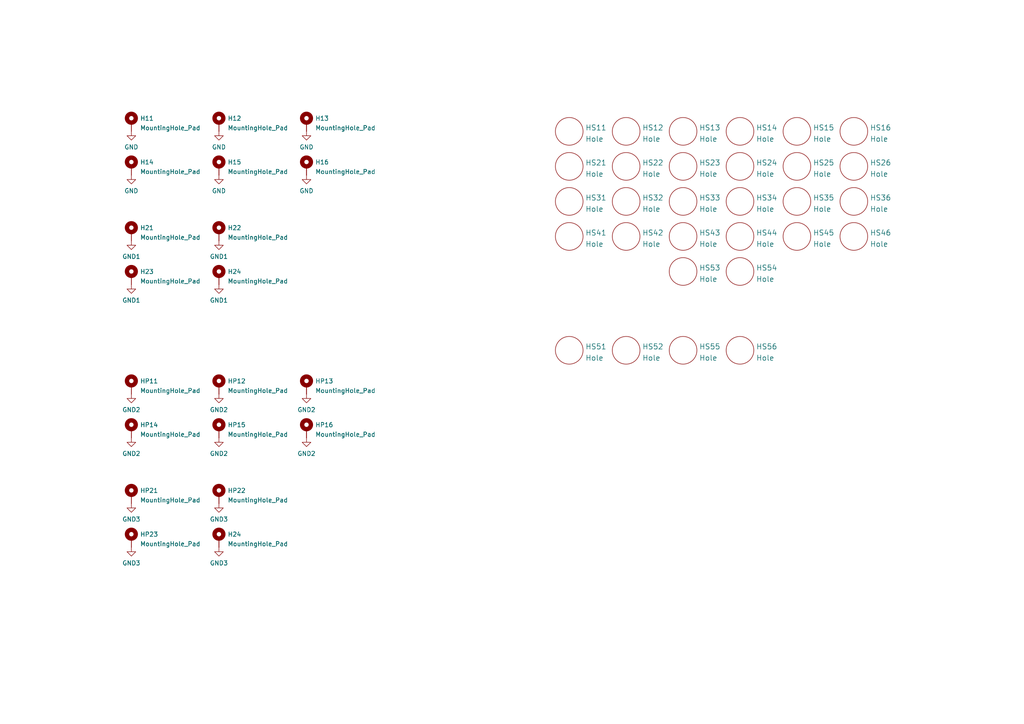
<source format=kicad_sch>
(kicad_sch (version 20210621) (generator eeschema)
  (paper "A4")
  (lib_symbols
    (symbol "Mechanical:MountingHole_Pad" (pin_numbers hide) (pin_names (offset 1.016) hide)
      (property "Reference" "H" (at 0 6.35 0))
      (property "Value" "MountingHole_Pad" (at 0 4.445 0))
      (symbol "MountingHole_Pad_0_1"
        (circle (center 0 1.27) (radius 1.27) (stroke (width 1.27)))
      )
      (symbol "MountingHole_Pad_1_1"
        (pin input line (at 0 -2.54 90) (length 2.54) (name "1") (number "1"))
      )
    )
    (symbol "keebio:Hole" (pin_names (offset 1.016))
      (property "Reference" "H" (at 0 -1.27 0))
      (property "Value" "Hole" (at 0 1.27 0))
      (symbol "Hole_0_1"
        (circle (center 0 0) (radius 4.0132))
      )
    )
    (symbol "power:GND" (power) (pin_names (offset 0))
      (property "Value" "GND" (at 0 -3.81 0))
      (symbol "GND_0_1"
        (polyline (pts (xy 0 0) (xy 0 -1.27) (xy 1.27 -1.27) (xy 0 -2.54) (xy -1.27 -1.27) (xy 0 -1.27)))
      )
      (symbol "GND_1_1"
        (pin power_in line (at 0 0 270) (length 0) hide (name "GND") (number "1"))
      )
    )
    (symbol "power:GND1" (power) (pin_names (offset 0))
      (property "Value" "GND1" (at 0 -3.81 0))
      (symbol "GND1_0_1"
        (polyline (pts (xy 0 0) (xy 0 -1.27) (xy 1.27 -1.27) (xy 0 -2.54) (xy -1.27 -1.27) (xy 0 -1.27)))
      )
      (symbol "GND1_1_1"
        (pin power_in line (at 0 0 270) (length 0) hide (name "GND1") (number "1"))
      )
    )
    (symbol "power:GND2" (power) (pin_names (offset 0))
      (property "Value" "GND2" (at 0 -3.81 0))
      (symbol "GND2_0_1"
        (polyline (pts (xy 0 0) (xy 0 -1.27) (xy 1.27 -1.27) (xy 0 -2.54) (xy -1.27 -1.27) (xy 0 -1.27)))
      )
      (symbol "GND2_1_1"
        (pin power_in line (at 0 0 270) (length 0) hide (name "GND2") (number "1"))
      )
    )
    (symbol "power:GND3" (power) (pin_names (offset 0))
      (property "Value" "GND3" (at 0 -3.81 0))
      (symbol "GND3_0_1"
        (polyline (pts (xy 0 0) (xy 0 -1.27) (xy 1.27 -1.27) (xy 0 -2.54) (xy -1.27 -1.27) (xy 0 -1.27)))
      )
      (symbol "GND3_1_1"
        (pin power_in line (at 0 0 270) (length 0) hide (name "GND3") (number "1"))
      )
    )
  )
  (symbol (lib_id "keebio:Hole") (at 247.65 48.26 0) (unit 1)
    (property "Reference" "HS26" (at 252.2982 47.1953 0) (effects (font (size 1.524 1.524)) (justify left)))
    (property "Value" "Hole" (at 252.2982 50.4743 0) (effects (font (size 1.524 1.524)) (justify left)))
  )
  (symbol (lib_id "keebio:Hole") (at 181.61 38.1 0) (unit 1)
    (property "Reference" "HS12" (at 186.2582 37.0353 0) (effects (font (size 1.524 1.524)) (justify left)))
    (property "Value" "Hole" (at 186.2582 40.3143 0) (effects (font (size 1.524 1.524)) (justify left)))
  )
  (symbol (lib_id "power:GND1") (at 63.5 69.85 0) (unit 1)
    (property "Reference" "#PWR?" (effects hide))
    (property "Value" "GND1" (at 63.5 74.4124 0))
  )
  (symbol (lib_id "keebio:Hole") (at 214.63 78.74 0) (unit 1)
    (property "Reference" "HS54" (at 219.2782 77.6753 0) (effects (font (size 1.524 1.524)) (justify left)))
    (property "Value" "Hole" (at 219.2782 80.9543 0) (effects (font (size 1.524 1.524)) (justify left)))
  )
  (symbol (lib_id "Mechanical:MountingHole_Pad") (at 88.9 48.26 0) (unit 1)
    (property "Reference" "H16" (at 91.44 47.034 0) (effects (justify left)))
    (property "Value" "MountingHole_Pad" (at 91.44 49.8091 0) (effects (justify left)))
  )
  (symbol (lib_id "keebio:Hole") (at 231.14 48.26 0) (unit 1)
    (property "Reference" "HS25" (at 235.7882 47.1953 0) (effects (font (size 1.524 1.524)) (justify left)))
    (property "Value" "Hole" (at 235.7882 50.4743 0) (effects (font (size 1.524 1.524)) (justify left)))
  )
  (symbol (lib_id "Mechanical:MountingHole_Pad") (at 63.5 156.21 0) (unit 1)
    (property "Reference" "H24" (at 66.04 154.984 0) (effects (justify left)))
    (property "Value" "MountingHole_Pad" (at 66.04 157.7591 0) (effects (justify left)))
  )
  (symbol (lib_id "keebio:Hole") (at 231.14 58.42 0) (unit 1)
    (property "Reference" "HS35" (at 235.7882 57.3553 0) (effects (font (size 1.524 1.524)) (justify left)))
    (property "Value" "Hole" (at 235.7882 60.6343 0) (effects (font (size 1.524 1.524)) (justify left)))
  )
  (symbol (lib_id "Mechanical:MountingHole_Pad") (at 38.1 48.26 0) (unit 1)
    (property "Reference" "H14" (at 40.64 47.034 0) (effects (justify left)))
    (property "Value" "MountingHole_Pad" (at 40.64 49.8091 0) (effects (justify left)))
  )
  (symbol (lib_id "keebio:Hole") (at 214.63 58.42 0) (unit 1)
    (property "Reference" "HS34" (at 219.2782 57.3553 0) (effects (font (size 1.524 1.524)) (justify left)))
    (property "Value" "Hole" (at 219.2782 60.6343 0) (effects (font (size 1.524 1.524)) (justify left)))
  )
  (symbol (lib_id "keebio:Hole") (at 231.14 38.1 0) (unit 1)
    (property "Reference" "HS15" (at 235.7882 37.0353 0) (effects (font (size 1.524 1.524)) (justify left)))
    (property "Value" "Hole" (at 235.7882 40.3143 0) (effects (font (size 1.524 1.524)) (justify left)))
  )
  (symbol (lib_id "power:GND") (at 63.5 50.8 0) (unit 1)
    (property "Reference" "#PWR?" (effects hide))
    (property "Value" "GND" (at 63.5 55.3624 0))
  )
  (symbol (lib_id "Mechanical:MountingHole_Pad") (at 88.9 35.56 0) (unit 1)
    (property "Reference" "H13" (at 91.44 34.334 0) (effects (justify left)))
    (property "Value" "MountingHole_Pad" (at 91.44 37.1091 0) (effects (justify left)))
  )
  (symbol (lib_id "Mechanical:MountingHole_Pad") (at 63.5 80.01 0) (unit 1)
    (property "Reference" "H24" (at 66.04 78.784 0) (effects (justify left)))
    (property "Value" "MountingHole_Pad" (at 66.04 81.5591 0) (effects (justify left)))
  )
  (symbol (lib_id "power:GND3") (at 63.5 158.75 0) (unit 1)
    (property "Reference" "#PWR?" (effects hide))
    (property "Value" "GND3" (at 63.5 163.3124 0))
  )
  (symbol (lib_id "Mechanical:MountingHole_Pad") (at 38.1 111.76 0) (unit 1)
    (property "Reference" "HP11" (at 40.64 110.534 0) (effects (justify left)))
    (property "Value" "MountingHole_Pad" (at 40.64 113.3091 0) (effects (justify left)))
  )
  (symbol (lib_id "power:GND") (at 38.1 38.1 0) (unit 1)
    (property "Reference" "#PWR?" (effects hide))
    (property "Value" "GND" (at 38.1 42.6624 0))
  )
  (symbol (lib_id "power:GND2") (at 63.5 114.3 0) (unit 1)
    (property "Reference" "#PWR?" (effects hide))
    (property "Value" "GND2" (at 63.5 118.8624 0))
  )
  (symbol (lib_id "power:GND1") (at 63.5 82.55 0) (unit 1)
    (property "Reference" "#PWR?" (effects hide))
    (property "Value" "GND1" (at 63.5 87.1124 0))
  )
  (symbol (lib_id "keebio:Hole") (at 247.65 68.58 0) (unit 1)
    (property "Reference" "HS46" (at 252.2982 67.5153 0) (effects (font (size 1.524 1.524)) (justify left)))
    (property "Value" "Hole" (at 252.2982 70.7943 0) (effects (font (size 1.524 1.524)) (justify left)))
  )
  (symbol (lib_id "keebio:Hole") (at 181.61 101.6 0) (unit 1)
    (property "Reference" "HS52" (at 186.2582 100.5353 0) (effects (font (size 1.524 1.524)) (justify left)))
    (property "Value" "Hole" (at 186.2582 103.8143 0) (effects (font (size 1.524 1.524)) (justify left)))
  )
  (symbol (lib_id "keebio:Hole") (at 198.12 101.6 0) (unit 1)
    (property "Reference" "HS55" (at 202.7682 100.5353 0) (effects (font (size 1.524 1.524)) (justify left)))
    (property "Value" "Hole" (at 202.7682 103.8143 0) (effects (font (size 1.524 1.524)) (justify left)))
  )
  (symbol (lib_id "Mechanical:MountingHole_Pad") (at 63.5 143.51 0) (unit 1)
    (property "Reference" "HP22" (at 66.04 142.284 0) (effects (justify left)))
    (property "Value" "MountingHole_Pad" (at 66.04 145.0591 0) (effects (justify left)))
  )
  (symbol (lib_id "Mechanical:MountingHole_Pad") (at 38.1 80.01 0) (unit 1)
    (property "Reference" "H23" (at 40.64 78.784 0) (effects (justify left)))
    (property "Value" "MountingHole_Pad" (at 40.64 81.5591 0) (effects (justify left)))
  )
  (symbol (lib_id "power:GND2") (at 38.1 127 0) (unit 1)
    (property "Reference" "#PWR?" (effects hide))
    (property "Value" "GND2" (at 38.1 131.5624 0))
  )
  (symbol (lib_id "power:GND1") (at 38.1 82.55 0) (unit 1)
    (property "Reference" "#PWR?" (effects hide))
    (property "Value" "GND1" (at 38.1 87.1124 0))
  )
  (symbol (lib_id "power:GND3") (at 38.1 146.05 0) (unit 1)
    (property "Reference" "#PWR?" (effects hide))
    (property "Value" "GND3" (at 38.1 150.6124 0))
  )
  (symbol (lib_id "keebio:Hole") (at 165.1 58.42 0) (unit 1)
    (property "Reference" "HS31" (at 169.7482 57.3553 0) (effects (font (size 1.524 1.524)) (justify left)))
    (property "Value" "Hole" (at 169.7482 60.6343 0) (effects (font (size 1.524 1.524)) (justify left)))
  )
  (symbol (lib_id "Mechanical:MountingHole_Pad") (at 63.5 111.76 0) (unit 1)
    (property "Reference" "HP12" (at 66.04 110.534 0) (effects (justify left)))
    (property "Value" "MountingHole_Pad" (at 66.04 113.3091 0) (effects (justify left)))
  )
  (symbol (lib_id "keebio:Hole") (at 181.61 48.26 0) (unit 1)
    (property "Reference" "HS22" (at 186.2582 47.1953 0) (effects (font (size 1.524 1.524)) (justify left)))
    (property "Value" "Hole" (at 186.2582 50.4743 0) (effects (font (size 1.524 1.524)) (justify left)))
  )
  (symbol (lib_id "Mechanical:MountingHole_Pad") (at 38.1 156.21 0) (unit 1)
    (property "Reference" "HP23" (at 40.64 154.984 0) (effects (justify left)))
    (property "Value" "MountingHole_Pad" (at 40.64 157.7591 0) (effects (justify left)))
  )
  (symbol (lib_id "Mechanical:MountingHole_Pad") (at 63.5 67.31 0) (unit 1)
    (property "Reference" "H22" (at 66.04 66.084 0) (effects (justify left)))
    (property "Value" "MountingHole_Pad" (at 66.04 68.8591 0) (effects (justify left)))
  )
  (symbol (lib_id "Mechanical:MountingHole_Pad") (at 88.9 111.76 0) (unit 1)
    (property "Reference" "HP13" (at 91.44 110.534 0) (effects (justify left)))
    (property "Value" "MountingHole_Pad" (at 91.44 113.3091 0) (effects (justify left)))
  )
  (symbol (lib_id "keebio:Hole") (at 165.1 38.1 0) (unit 1)
    (property "Reference" "HS11" (at 169.7482 37.0353 0) (effects (font (size 1.524 1.524)) (justify left)))
    (property "Value" "Hole" (at 169.7482 40.3143 0) (effects (font (size 1.524 1.524)) (justify left)))
  )
  (symbol (lib_id "keebio:Hole") (at 247.65 38.1 0) (unit 1)
    (property "Reference" "HS16" (at 252.2982 37.0353 0) (effects (font (size 1.524 1.524)) (justify left)))
    (property "Value" "Hole" (at 252.2982 40.3143 0) (effects (font (size 1.524 1.524)) (justify left)))
  )
  (symbol (lib_id "power:GND") (at 38.1 50.8 0) (unit 1)
    (property "Reference" "#PWR?" (effects hide))
    (property "Value" "GND" (at 38.1 55.3624 0))
  )
  (symbol (lib_id "keebio:Hole") (at 214.63 38.1 0) (unit 1)
    (property "Reference" "HS14" (at 219.2782 37.0353 0) (effects (font (size 1.524 1.524)) (justify left)))
    (property "Value" "Hole" (at 219.2782 40.3143 0) (effects (font (size 1.524 1.524)) (justify left)))
  )
  (symbol (lib_id "keebio:Hole") (at 214.63 48.26 0) (unit 1)
    (property "Reference" "HS24" (at 219.2782 47.1953 0) (effects (font (size 1.524 1.524)) (justify left)))
    (property "Value" "Hole" (at 219.2782 50.4743 0) (effects (font (size 1.524 1.524)) (justify left)))
  )
  (symbol (lib_id "power:GND") (at 88.9 38.1 0) (unit 1)
    (property "Reference" "#PWR?" (effects hide))
    (property "Value" "GND" (at 88.9 42.6624 0))
  )
  (symbol (lib_id "keebio:Hole") (at 198.12 78.74 0) (unit 1)
    (property "Reference" "HS53" (at 202.7682 77.6753 0) (effects (font (size 1.524 1.524)) (justify left)))
    (property "Value" "Hole" (at 202.7682 80.9543 0) (effects (font (size 1.524 1.524)) (justify left)))
  )
  (symbol (lib_id "Mechanical:MountingHole_Pad") (at 38.1 35.56 0) (unit 1)
    (property "Reference" "H11" (at 40.64 34.334 0) (effects (justify left)))
    (property "Value" "MountingHole_Pad" (at 40.64 37.1091 0) (effects (justify left)))
  )
  (symbol (lib_id "keebio:Hole") (at 247.65 58.42 0) (unit 1)
    (property "Reference" "HS36" (at 252.2982 57.3553 0) (effects (font (size 1.524 1.524)) (justify left)))
    (property "Value" "Hole" (at 252.2982 60.6343 0) (effects (font (size 1.524 1.524)) (justify left)))
  )
  (symbol (lib_id "keebio:Hole") (at 165.1 48.26 0) (unit 1)
    (property "Reference" "HS21" (at 169.7482 47.1953 0) (effects (font (size 1.524 1.524)) (justify left)))
    (property "Value" "Hole" (at 169.7482 50.4743 0) (effects (font (size 1.524 1.524)) (justify left)))
  )
  (symbol (lib_id "Mechanical:MountingHole_Pad") (at 63.5 48.26 0) (unit 1)
    (property "Reference" "H15" (at 66.04 47.034 0) (effects (justify left)))
    (property "Value" "MountingHole_Pad" (at 66.04 49.8091 0) (effects (justify left)))
  )
  (symbol (lib_id "Mechanical:MountingHole_Pad") (at 38.1 143.51 0) (unit 1)
    (property "Reference" "HP21" (at 40.64 142.284 0) (effects (justify left)))
    (property "Value" "MountingHole_Pad" (at 40.64 145.0591 0) (effects (justify left)))
  )
  (symbol (lib_id "power:GND3") (at 63.5 146.05 0) (unit 1)
    (property "Reference" "#PWR?" (effects hide))
    (property "Value" "GND3" (at 63.5 150.6124 0))
  )
  (symbol (lib_id "keebio:Hole") (at 181.61 58.42 0) (unit 1)
    (property "Reference" "HS32" (at 186.2582 57.3553 0) (effects (font (size 1.524 1.524)) (justify left)))
    (property "Value" "Hole" (at 186.2582 60.6343 0) (effects (font (size 1.524 1.524)) (justify left)))
  )
  (symbol (lib_id "Mechanical:MountingHole_Pad") (at 38.1 67.31 0) (unit 1)
    (property "Reference" "H21" (at 40.64 66.084 0) (effects (justify left)))
    (property "Value" "MountingHole_Pad" (at 40.64 68.8591 0) (effects (justify left)))
  )
  (symbol (lib_id "power:GND") (at 63.5 38.1 0) (unit 1)
    (property "Reference" "#PWR?" (effects hide))
    (property "Value" "GND" (at 63.5 42.6624 0))
  )
  (symbol (lib_id "keebio:Hole") (at 214.63 68.58 0) (unit 1)
    (property "Reference" "HS44" (at 219.2782 67.5153 0) (effects (font (size 1.524 1.524)) (justify left)))
    (property "Value" "Hole" (at 219.2782 70.7943 0) (effects (font (size 1.524 1.524)) (justify left)))
  )
  (symbol (lib_id "keebio:Hole") (at 198.12 58.42 0) (unit 1)
    (property "Reference" "HS33" (at 202.7682 57.3553 0) (effects (font (size 1.524 1.524)) (justify left)))
    (property "Value" "Hole" (at 202.7682 60.6343 0) (effects (font (size 1.524 1.524)) (justify left)))
  )
  (symbol (lib_id "keebio:Hole") (at 165.1 68.58 0) (unit 1)
    (property "Reference" "HS41" (at 169.7482 67.5153 0) (effects (font (size 1.524 1.524)) (justify left)))
    (property "Value" "Hole" (at 169.7482 70.7943 0) (effects (font (size 1.524 1.524)) (justify left)))
  )
  (symbol (lib_id "keebio:Hole") (at 214.63 101.6 0) (unit 1)
    (property "Reference" "HS56" (at 219.2782 100.5353 0) (effects (font (size 1.524 1.524)) (justify left)))
    (property "Value" "Hole" (at 219.2782 103.8143 0) (effects (font (size 1.524 1.524)) (justify left)))
  )
  (symbol (lib_id "Mechanical:MountingHole_Pad") (at 63.5 35.56 0) (unit 1)
    (property "Reference" "H12" (at 66.04 34.334 0) (effects (justify left)))
    (property "Value" "MountingHole_Pad" (at 66.04 37.1091 0) (effects (justify left)))
  )
  (symbol (lib_id "power:GND2") (at 63.5 127 0) (unit 1)
    (property "Reference" "#PWR?" (effects hide))
    (property "Value" "GND2" (at 63.5 131.5624 0))
  )
  (symbol (lib_id "Mechanical:MountingHole_Pad") (at 38.1 124.46 0) (unit 1)
    (property "Reference" "HP14" (at 40.64 123.234 0) (effects (justify left)))
    (property "Value" "MountingHole_Pad" (at 40.64 126.0091 0) (effects (justify left)))
  )
  (symbol (lib_id "keebio:Hole") (at 198.12 48.26 0) (unit 1)
    (property "Reference" "HS23" (at 202.7682 47.1953 0) (effects (font (size 1.524 1.524)) (justify left)))
    (property "Value" "Hole" (at 202.7682 50.4743 0) (effects (font (size 1.524 1.524)) (justify left)))
  )
  (symbol (lib_id "keebio:Hole") (at 231.14 68.58 0) (unit 1)
    (property "Reference" "HS45" (at 235.7882 67.5153 0) (effects (font (size 1.524 1.524)) (justify left)))
    (property "Value" "Hole" (at 235.7882 70.7943 0) (effects (font (size 1.524 1.524)) (justify left)))
  )
  (symbol (lib_id "Mechanical:MountingHole_Pad") (at 63.5 124.46 0) (unit 1)
    (property "Reference" "HP15" (at 66.04 123.234 0) (effects (justify left)))
    (property "Value" "MountingHole_Pad" (at 66.04 126.0091 0) (effects (justify left)))
  )
  (symbol (lib_id "power:GND3") (at 38.1 158.75 0) (unit 1)
    (property "Reference" "#PWR?" (effects hide))
    (property "Value" "GND3" (at 38.1 163.3124 0))
  )
  (symbol (lib_id "Mechanical:MountingHole_Pad") (at 88.9 124.46 0) (unit 1)
    (property "Reference" "HP16" (at 91.44 123.234 0) (effects (justify left)))
    (property "Value" "MountingHole_Pad" (at 91.44 126.0091 0) (effects (justify left)))
  )
  (symbol (lib_id "keebio:Hole") (at 198.12 68.58 0) (unit 1)
    (property "Reference" "HS43" (at 202.7682 67.5153 0) (effects (font (size 1.524 1.524)) (justify left)))
    (property "Value" "Hole" (at 202.7682 70.7943 0) (effects (font (size 1.524 1.524)) (justify left)))
  )
  (symbol (lib_id "keebio:Hole") (at 198.12 38.1 0) (unit 1)
    (property "Reference" "HS13" (at 202.7682 37.0353 0) (effects (font (size 1.524 1.524)) (justify left)))
    (property "Value" "Hole" (at 202.7682 40.3143 0) (effects (font (size 1.524 1.524)) (justify left)))
  )
  (symbol (lib_id "power:GND1") (at 38.1 69.85 0) (unit 1)
    (property "Reference" "#PWR?" (effects hide))
    (property "Value" "GND1" (at 38.1 74.4124 0))
  )
  (symbol (lib_id "keebio:Hole") (at 165.1 101.6 0) (unit 1)
    (property "Reference" "HS51" (at 169.7482 100.5353 0) (effects (font (size 1.524 1.524)) (justify left)))
    (property "Value" "Hole" (at 169.7482 103.8143 0) (effects (font (size 1.524 1.524)) (justify left)))
  )
  (symbol (lib_id "power:GND2") (at 38.1 114.3 0) (unit 1)
    (property "Reference" "#PWR?" (effects hide))
    (property "Value" "GND2" (at 38.1 118.8624 0))
  )
  (symbol (lib_id "power:GND2") (at 88.9 127 0) (unit 1)
    (property "Reference" "#PWR?" (effects hide))
    (property "Value" "GND2" (at 88.9 131.5624 0))
  )
  (symbol (lib_id "power:GND") (at 88.9 50.8 0) (unit 1)
    (property "Reference" "#PWR?" (effects hide))
    (property "Value" "GND" (at 88.9 55.3624 0))
  )
  (symbol (lib_id "keebio:Hole") (at 181.61 68.58 0) (unit 1)
    (property "Reference" "HS42" (at 186.2582 67.5153 0) (effects (font (size 1.524 1.524)) (justify left)))
    (property "Value" "Hole" (at 186.2582 70.7943 0) (effects (font (size 1.524 1.524)) (justify left)))
  )
  (symbol (lib_id "power:GND2") (at 88.9 114.3 0) (unit 1)
    (property "Reference" "#PWR?" (effects hide))
    (property "Value" "GND2" (at 88.9 118.8624 0))
  )
)
</source>
